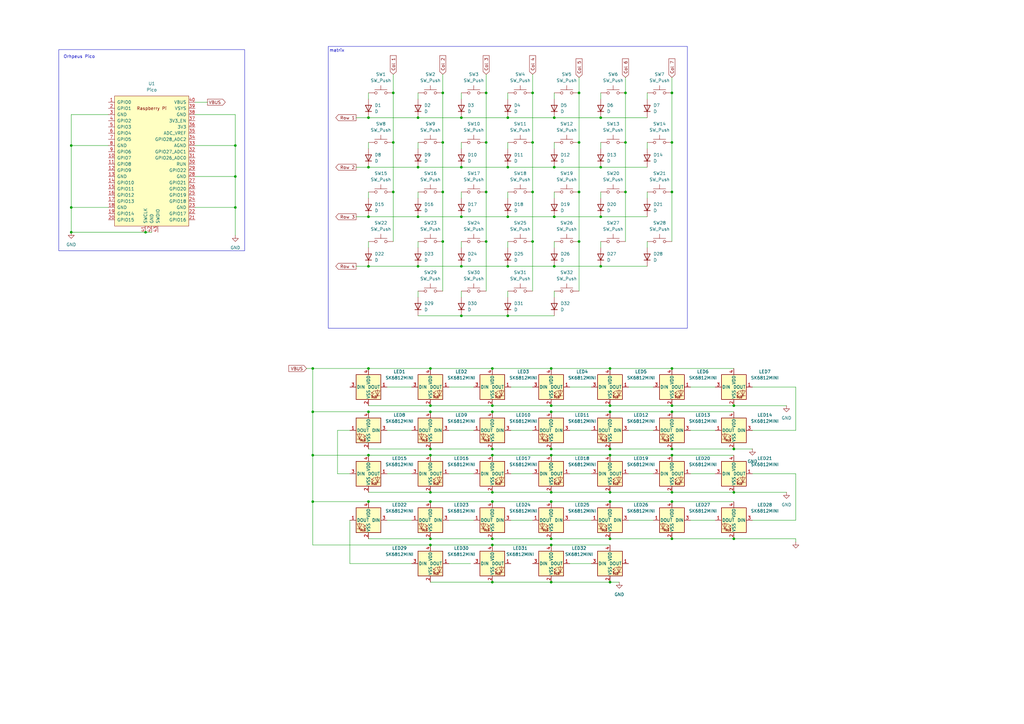
<source format=kicad_sch>
(kicad_sch (version 20231120) (generator "eeschema") (generator_version "8.0")
  (paper "A3")
  (junction (at 256.54 58.42))
  (junction (at 96.52 59.69))
  (junction (at 227.33 109.22))
  (junction (at 227.33 88.9))
  (junction (at 275.59 168.91))
  (junction (at 275.59 205.74))
  (junction (at 59.69 95.25))
  (junction (at 199.39 99.06))
  (junction (at 171.45 88.9))
  (junction (at 237.49 38.1))
  (junction (at 208.28 109.22))
  (junction (at 208.28 48.26))
  (junction (at 96.52 72.39))
  (junction (at 237.49 58.42))
  (junction (at 161.29 38.1))
  (junction (at 275.59 38.1))
  (junction (at 151.13 151.13))
  (junction (at 237.49 99.06))
  (junction (at 176.53 186.69))
  (junction (at 226.06 238.76))
  (junction (at 96.52 85.09))
  (junction (at 128.27 186.69))
  (junction (at 226.06 205.74))
  (junction (at 275.59 78.74))
  (junction (at 128.27 151.13))
  (junction (at 300.99 166.37))
  (junction (at 151.13 48.26))
  (junction (at 181.61 99.06))
  (junction (at 250.19 168.91))
  (junction (at 176.53 201.93))
  (junction (at 201.93 168.91))
  (junction (at 201.93 151.13))
  (junction (at 226.06 151.13))
  (junction (at 275.59 220.98))
  (junction (at 29.21 59.69))
  (junction (at 300.99 201.93))
  (junction (at 128.27 205.74))
  (junction (at 181.61 78.74))
  (junction (at 250.19 151.13))
  (junction (at 275.59 166.37))
  (junction (at 226.06 223.52))
  (junction (at 246.38 48.26))
  (junction (at 300.99 220.98))
  (junction (at 227.33 48.26))
  (junction (at 151.13 68.58))
  (junction (at 218.44 99.06))
  (junction (at 176.53 223.52))
  (junction (at 199.39 58.42))
  (junction (at 250.19 184.15))
  (junction (at 237.49 78.74))
  (junction (at 161.29 78.74))
  (junction (at 199.39 38.1))
  (junction (at 227.33 68.58))
  (junction (at 201.93 223.52))
  (junction (at 181.61 58.42))
  (junction (at 250.19 205.74))
  (junction (at 250.19 186.69))
  (junction (at 226.06 168.91))
  (junction (at 201.93 184.15))
  (junction (at 226.06 184.15))
  (junction (at 151.13 168.91))
  (junction (at 181.61 38.1))
  (junction (at 246.38 88.9))
  (junction (at 218.44 38.1))
  (junction (at 208.28 129.54))
  (junction (at 226.06 186.69))
  (junction (at 199.39 78.74))
  (junction (at 189.23 88.9))
  (junction (at 161.29 58.42))
  (junction (at 128.27 168.91))
  (junction (at 218.44 58.42))
  (junction (at 208.28 88.9))
  (junction (at 201.93 205.74))
  (junction (at 246.38 109.22))
  (junction (at 256.54 78.74))
  (junction (at 189.23 68.58))
  (junction (at 250.19 166.37))
  (junction (at 189.23 129.54))
  (junction (at 201.93 166.37))
  (junction (at 151.13 186.69))
  (junction (at 275.59 151.13))
  (junction (at 208.28 68.58))
  (junction (at 201.93 238.76))
  (junction (at 176.53 166.37))
  (junction (at 226.06 201.93))
  (junction (at 151.13 109.22))
  (junction (at 300.99 184.15))
  (junction (at 151.13 88.9))
  (junction (at 250.19 201.93))
  (junction (at 218.44 78.74))
  (junction (at 246.38 68.58))
  (junction (at 275.59 184.15))
  (junction (at 171.45 68.58))
  (junction (at 151.13 205.74))
  (junction (at 171.45 109.22))
  (junction (at 201.93 186.69))
  (junction (at 250.19 220.98))
  (junction (at 226.06 166.37))
  (junction (at 176.53 205.74))
  (junction (at 29.21 95.25))
  (junction (at 171.45 48.26))
  (junction (at 256.54 38.1))
  (junction (at 275.59 58.42))
  (junction (at 176.53 184.15))
  (junction (at 201.93 201.93))
  (junction (at 250.19 238.76))
  (junction (at 29.21 85.09))
  (junction (at 176.53 168.91))
  (junction (at 176.53 151.13))
  (junction (at 275.59 201.93))
  (junction (at 176.53 220.98))
  (junction (at 189.23 48.26))
  (junction (at 226.06 220.98))
  (junction (at 189.23 109.22))
  (junction (at 275.59 186.69))
  (junction (at 201.93 220.98))
  (wire (pts (xy 151.13 109.22) (xy 171.45 109.22)))
  (wire (pts (xy 226.06 238.76) (xy 250.19 238.76)))
  (wire (pts (xy 176.53 186.69) (xy 151.13 186.69)))
  (wire (pts (xy 199.39 99.06) (xy 199.39 119.38)))
  (wire (pts (xy 44.45 46.99) (xy 29.21 46.99)))
  (wire (pts (xy 128.27 205.74) (xy 128.27 186.69)))
  (wire (pts (xy 308.61 194.31) (xy 326.39 194.31)))
  (wire (pts (xy 199.39 38.1) (xy 199.39 58.42)))
  (wire (pts (xy 171.45 109.22) (xy 189.23 109.22)))
  (wire (pts (xy 246.38 88.9) (xy 265.43 88.9)))
  (wire (pts (xy 176.53 166.37) (xy 201.93 166.37)))
  (wire (pts (xy 283.21 194.31) (xy 293.37 194.31)))
  (wire (pts (xy 128.27 168.91) (xy 128.27 151.13)))
  (wire (pts (xy 184.15 194.31) (xy 194.31 194.31)))
  (wire (pts (xy 308.61 158.75) (xy 326.39 158.75)))
  (wire (pts (xy 80.01 46.99) (xy 96.52 46.99)))
  (wire (pts (xy 265.43 99.06) (xy 265.43 101.6)))
  (wire (pts (xy 201.93 166.37) (xy 226.06 166.37)))
  (wire (pts (xy 181.61 99.06) (xy 181.61 119.38)))
  (wire (pts (xy 283.21 158.75) (xy 293.37 158.75)))
  (wire (pts (xy 250.19 184.15) (xy 275.59 184.15)))
  (wire (pts (xy 176.53 223.52) (xy 201.93 223.52)))
  (wire (pts (xy 226.06 201.93) (xy 250.19 201.93)))
  (wire (pts (xy 257.81 194.31) (xy 267.97 194.31)))
  (wire (pts (xy 209.55 213.36) (xy 218.44 213.36)))
  (wire (pts (xy 80.01 85.09) (xy 96.52 85.09)))
  (wire (pts (xy 275.59 168.91) (xy 250.19 168.91)))
  (wire (pts (xy 250.19 166.37) (xy 275.59 166.37)))
  (wire (pts (xy 184.15 158.75) (xy 194.31 158.75)))
  (wire (pts (xy 151.13 186.69) (xy 128.27 186.69)))
  (wire (pts (xy 171.45 38.1) (xy 171.45 40.64)))
  (wire (pts (xy 237.49 38.1) (xy 237.49 58.42)))
  (wire (pts (xy 171.45 99.06) (xy 171.45 101.6)))
  (wire (pts (xy 151.13 166.37) (xy 176.53 166.37)))
  (wire (pts (xy 226.06 166.37) (xy 250.19 166.37)))
  (wire (pts (xy 189.23 68.58) (xy 208.28 68.58)))
  (wire (pts (xy 29.21 85.09) (xy 44.45 85.09)))
  (wire (pts (xy 138.43 176.53) (xy 138.43 194.31)))
  (wire (pts (xy 59.69 95.25) (xy 62.23 95.25)))
  (wire (pts (xy 246.38 48.26) (xy 265.43 48.26)))
  (wire (pts (xy 181.61 30.48) (xy 181.61 38.1)))
  (wire (pts (xy 201.93 220.98) (xy 226.06 220.98)))
  (wire (pts (xy 189.23 38.1) (xy 189.23 40.64)))
  (wire (pts (xy 227.33 109.22) (xy 246.38 109.22)))
  (wire (pts (xy 257.81 176.53) (xy 267.97 176.53)))
  (wire (pts (xy 257.81 158.75) (xy 267.97 158.75)))
  (wire (pts (xy 275.59 186.69) (xy 250.19 186.69)))
  (wire (pts (xy 80.01 72.39) (xy 96.52 72.39)))
  (wire (pts (xy 176.53 205.74) (xy 151.13 205.74)))
  (wire (pts (xy 158.75 176.53) (xy 168.91 176.53)))
  (wire (pts (xy 233.68 158.75) (xy 242.57 158.75)))
  (wire (pts (xy 201.93 151.13) (xy 226.06 151.13)))
  (wire (pts (xy 326.39 220.98) (xy 326.39 222.25)))
  (wire (pts (xy 265.43 78.74) (xy 265.43 81.28)))
  (wire (pts (xy 176.53 151.13) (xy 201.93 151.13)))
  (wire (pts (xy 226.06 151.13) (xy 250.19 151.13)))
  (wire (pts (xy 326.39 213.36) (xy 308.61 213.36)))
  (wire (pts (xy 208.28 119.38) (xy 208.28 121.92)))
  (wire (pts (xy 176.53 184.15) (xy 201.93 184.15)))
  (wire (pts (xy 29.21 59.69) (xy 29.21 85.09)))
  (wire (pts (xy 275.59 205.74) (xy 250.19 205.74)))
  (wire (pts (xy 146.05 109.22) (xy 151.13 109.22)))
  (wire (pts (xy 275.59 201.93) (xy 300.99 201.93)))
  (wire (pts (xy 256.54 38.1) (xy 256.54 58.42)))
  (wire (pts (xy 250.19 205.74) (xy 226.06 205.74)))
  (wire (pts (xy 184.15 231.14) (xy 193.04 231.14)))
  (wire (pts (xy 189.23 58.42) (xy 189.23 60.96)))
  (wire (pts (xy 233.68 213.36) (xy 242.57 213.36)))
  (wire (pts (xy 218.44 30.48) (xy 218.44 38.1)))
  (wire (pts (xy 300.99 186.69) (xy 275.59 186.69)))
  (wire (pts (xy 29.21 46.99) (xy 29.21 59.69)))
  (wire (pts (xy 250.19 186.69) (xy 226.06 186.69)))
  (wire (pts (xy 176.53 238.76) (xy 201.93 238.76)))
  (wire (pts (xy 146.05 88.9) (xy 151.13 88.9)))
  (wire (pts (xy 265.43 38.1) (xy 265.43 40.64)))
  (wire (pts (xy 161.29 58.42) (xy 161.29 78.74)))
  (wire (pts (xy 189.23 78.74) (xy 189.23 81.28)))
  (wire (pts (xy 275.59 220.98) (xy 300.99 220.98)))
  (wire (pts (xy 201.93 201.93) (xy 226.06 201.93)))
  (wire (pts (xy 300.99 184.15) (xy 308.61 184.15)))
  (wire (pts (xy 151.13 205.74) (xy 128.27 205.74)))
  (wire (pts (xy 233.68 231.14) (xy 242.57 231.14)))
  (wire (pts (xy 96.52 72.39) (xy 96.52 85.09)))
  (wire (pts (xy 171.45 68.58) (xy 189.23 68.58)))
  (wire (pts (xy 176.53 168.91) (xy 151.13 168.91)))
  (wire (pts (xy 227.33 88.9) (xy 246.38 88.9)))
  (wire (pts (xy 151.13 88.9) (xy 171.45 88.9)))
  (wire (pts (xy 226.06 168.91) (xy 201.93 168.91)))
  (wire (pts (xy 146.05 48.26) (xy 151.13 48.26)))
  (wire (pts (xy 256.54 78.74) (xy 256.54 99.06)))
  (wire (pts (xy 151.13 201.93) (xy 176.53 201.93)))
  (wire (pts (xy 226.06 220.98) (xy 250.19 220.98)))
  (wire (pts (xy 184.15 213.36) (xy 194.31 213.36)))
  (wire (pts (xy 233.68 194.31) (xy 242.57 194.31)))
  (wire (pts (xy 226.06 184.15) (xy 250.19 184.15)))
  (wire (pts (xy 227.33 119.38) (xy 227.33 121.92)))
  (wire (pts (xy 227.33 78.74) (xy 227.33 81.28)))
  (wire (pts (xy 143.51 231.14) (xy 168.91 231.14)))
  (wire (pts (xy 246.38 109.22) (xy 265.43 109.22)))
  (wire (pts (xy 246.38 78.74) (xy 246.38 81.28)))
  (wire (pts (xy 300.99 201.93) (xy 322.58 201.93)))
  (wire (pts (xy 171.45 78.74) (xy 171.45 81.28)))
  (wire (pts (xy 29.21 95.25) (xy 29.21 85.09)))
  (wire (pts (xy 250.19 238.76) (xy 254 238.76)))
  (wire (pts (xy 181.61 38.1) (xy 181.61 58.42)))
  (wire (pts (xy 96.52 85.09) (xy 96.52 96.52)))
  (wire (pts (xy 181.61 58.42) (xy 181.61 78.74)))
  (wire (pts (xy 227.33 48.26) (xy 246.38 48.26)))
  (wire (pts (xy 201.93 223.52) (xy 226.06 223.52)))
  (wire (pts (xy 171.45 58.42) (xy 171.45 60.96)))
  (wire (pts (xy 151.13 151.13) (xy 176.53 151.13)))
  (wire (pts (xy 201.93 168.91) (xy 176.53 168.91)))
  (wire (pts (xy 326.39 194.31) (xy 326.39 213.36)))
  (wire (pts (xy 233.68 176.53) (xy 242.57 176.53)))
  (wire (pts (xy 208.28 99.06) (xy 208.28 101.6)))
  (wire (pts (xy 275.59 166.37) (xy 300.99 166.37)))
  (wire (pts (xy 128.27 223.52) (xy 176.53 223.52)))
  (wire (pts (xy 218.44 78.74) (xy 218.44 99.06)))
  (wire (pts (xy 275.59 38.1) (xy 275.59 58.42)))
  (wire (pts (xy 151.13 184.15) (xy 176.53 184.15)))
  (wire (pts (xy 227.33 68.58) (xy 246.38 68.58)))
  (wire (pts (xy 146.05 68.58) (xy 151.13 68.58)))
  (wire (pts (xy 158.75 194.31) (xy 168.91 194.31)))
  (wire (pts (xy 151.13 220.98) (xy 176.53 220.98)))
  (wire (pts (xy 189.23 119.38) (xy 189.23 121.92)))
  (wire (pts (xy 80.01 41.91) (xy 85.09 41.91)))
  (wire (pts (xy 161.29 38.1) (xy 161.29 58.42)))
  (wire (pts (xy 189.23 48.26) (xy 208.28 48.26)))
  (wire (pts (xy 209.55 176.53) (xy 218.44 176.53)))
  (wire (pts (xy 151.13 78.74) (xy 151.13 81.28)))
  (wire (pts (xy 143.51 213.36) (xy 143.51 231.14)))
  (wire (pts (xy 209.55 194.31) (xy 218.44 194.31)))
  (wire (pts (xy 151.13 58.42) (xy 151.13 60.96)))
  (wire (pts (xy 246.38 68.58) (xy 265.43 68.58)))
  (wire (pts (xy 171.45 88.9) (xy 189.23 88.9)))
  (wire (pts (xy 189.23 109.22) (xy 208.28 109.22)))
  (wire (pts (xy 199.39 78.74) (xy 199.39 99.06)))
  (wire (pts (xy 300.99 205.74) (xy 275.59 205.74)))
  (wire (pts (xy 44.45 59.69) (xy 29.21 59.69)))
  (wire (pts (xy 300.99 220.98) (xy 326.39 220.98)))
  (wire (pts (xy 326.39 158.75) (xy 326.39 176.53)))
  (wire (pts (xy 151.13 168.91) (xy 128.27 168.91)))
  (wire (pts (xy 96.52 59.69) (xy 96.52 72.39)))
  (wire (pts (xy 256.54 31.75) (xy 256.54 38.1)))
  (wire (pts (xy 246.38 38.1) (xy 246.38 40.64)))
  (wire (pts (xy 151.13 38.1) (xy 151.13 40.64)))
  (wire (pts (xy 218.44 58.42) (xy 218.44 78.74)))
  (wire (pts (xy 227.33 38.1) (xy 227.33 40.64)))
  (wire (pts (xy 151.13 68.58) (xy 171.45 68.58)))
  (wire (pts (xy 189.23 129.54) (xy 208.28 129.54)))
  (wire (pts (xy 199.39 58.42) (xy 199.39 78.74)))
  (wire (pts (xy 209.55 158.75) (xy 218.44 158.75)))
  (wire (pts (xy 143.51 176.53) (xy 138.43 176.53)))
  (wire (pts (xy 199.39 30.48) (xy 199.39 38.1)))
  (wire (pts (xy 275.59 151.13) (xy 300.99 151.13)))
  (wire (pts (xy 151.13 99.06) (xy 151.13 101.6)))
  (wire (pts (xy 158.75 158.75) (xy 168.91 158.75)))
  (wire (pts (xy 138.43 194.31) (xy 143.51 194.31)))
  (wire (pts (xy 227.33 99.06) (xy 227.33 101.6)))
  (wire (pts (xy 218.44 38.1) (xy 218.44 58.42)))
  (wire (pts (xy 151.13 48.26) (xy 171.45 48.26)))
  (wire (pts (xy 208.28 58.42) (xy 208.28 60.96)))
  (wire (pts (xy 208.28 129.54) (xy 227.33 129.54)))
  (wire (pts (xy 250.19 151.13) (xy 275.59 151.13)))
  (wire (pts (xy 275.59 78.74) (xy 275.59 99.06)))
  (wire (pts (xy 250.19 168.91) (xy 226.06 168.91)))
  (wire (pts (xy 128.27 223.52) (xy 128.27 205.74)))
  (wire (pts (xy 208.28 78.74) (xy 208.28 81.28)))
  (wire (pts (xy 171.45 119.38) (xy 171.45 121.92)))
  (wire (pts (xy 237.49 99.06) (xy 237.49 119.38)))
  (wire (pts (xy 283.21 176.53) (xy 293.37 176.53)))
  (wire (pts (xy 275.59 184.15) (xy 300.99 184.15)))
  (wire (pts (xy 161.29 30.48) (xy 161.29 38.1)))
  (wire (pts (xy 226.06 223.52) (xy 250.19 223.52)))
  (wire (pts (xy 176.53 220.98) (xy 201.93 220.98)))
  (wire (pts (xy 237.49 78.74) (xy 237.49 99.06)))
  (wire (pts (xy 226.06 205.74) (xy 201.93 205.74)))
  (wire (pts (xy 275.59 58.42) (xy 275.59 78.74)))
  (wire (pts (xy 208.28 109.22) (xy 227.33 109.22)))
  (wire (pts (xy 246.38 58.42) (xy 246.38 60.96)))
  (wire (pts (xy 181.61 78.74) (xy 181.61 99.06)))
  (wire (pts (xy 300.99 168.91) (xy 275.59 168.91)))
  (wire (pts (xy 265.43 58.42) (xy 265.43 60.96)))
  (wire (pts (xy 275.59 31.75) (xy 275.59 38.1)))
  (wire (pts (xy 128.27 186.69) (xy 128.27 168.91)))
  (wire (pts (xy 201.93 238.76) (xy 226.06 238.76)))
  (wire (pts (xy 158.75 213.36) (xy 168.91 213.36)))
  (wire (pts (xy 128.27 151.13) (xy 151.13 151.13)))
  (wire (pts (xy 300.99 166.37) (xy 322.58 166.37)))
  (wire (pts (xy 208.28 88.9) (xy 227.33 88.9)))
  (wire (pts (xy 125.73 151.13) (xy 128.27 151.13)))
  (wire (pts (xy 256.54 58.42) (xy 256.54 78.74)))
  (wire (pts (xy 250.19 201.93) (xy 275.59 201.93)))
  (wire (pts (xy 283.21 213.36) (xy 293.37 213.36)))
  (wire (pts (xy 201.93 205.74) (xy 176.53 205.74)))
  (wire (pts (xy 96.52 46.99) (xy 96.52 59.69)))
  (wire (pts (xy 176.53 201.93) (xy 201.93 201.93)))
  (wire (pts (xy 246.38 99.06) (xy 246.38 101.6)))
  (wire (pts (xy 201.93 186.69) (xy 176.53 186.69)))
  (wire (pts (xy 201.93 184.15) (xy 226.06 184.15)))
  (wire (pts (xy 208.28 48.26) (xy 227.33 48.26)))
  (wire (pts (xy 184.15 176.53) (xy 194.31 176.53)))
  (wire (pts (xy 29.21 95.25) (xy 59.69 95.25)))
  (wire (pts (xy 161.29 78.74) (xy 161.29 99.06)))
  (wire (pts (xy 250.19 220.98) (xy 275.59 220.98)))
  (wire (pts (xy 237.49 31.75) (xy 237.49 38.1)))
  (wire (pts (xy 257.81 213.36) (xy 267.97 213.36)))
  (wire (pts (xy 227.33 58.42) (xy 227.33 60.96)))
  (wire (pts (xy 171.45 48.26) (xy 189.23 48.26)))
  (wire (pts (xy 80.01 59.69) (xy 96.52 59.69)))
  (wire (pts (xy 218.44 99.06) (xy 218.44 119.38)))
  (wire (pts (xy 208.28 68.58) (xy 227.33 68.58)))
  (wire (pts (xy 189.23 88.9) (xy 208.28 88.9)))
  (wire (pts (xy 226.06 186.69) (xy 201.93 186.69)))
  (wire (pts (xy 171.45 129.54) (xy 189.23 129.54)))
  (wire (pts (xy 208.28 38.1) (xy 208.28 40.64)))
  (wire (pts (xy 326.39 176.53) (xy 308.61 176.53)))
  (wire (pts (xy 189.23 99.06) (xy 189.23 101.6)))
  (wire (pts (xy 237.49 58.42) (xy 237.49 78.74)))
  (rectangle (start 24.13 20.32) (end 100.33 102.87))
  (rectangle (start 134.62 19.05) (end 281.94 134.62))
  (text "matrix" (at 138.176 20.828 0) (effects (font (size 1.27 1.27))))
  (text "Orhpeus Pico" (at 32.512 23.368 0) (effects (font (size 1.27 1.27))))
  (global_label "Col 4" (shape input) (at 218.44 30.48 90) (property "Intersheetrefs" "${INTERSHEET_REFS}" (effects (hide yes))))
  (global_label "Col 5" (shape input) (at 237.49 31.75 90) (property "Intersheetrefs" "${INTERSHEET_REFS}" (effects (hide yes))))
  (global_label "Col 1" (shape input) (at 161.29 30.48 90) (property "Intersheetrefs" "${INTERSHEET_REFS}" (effects (hide yes))))
  (global_label "Row 2" (shape output) (at 146.05 68.58 180) (property "Intersheetrefs" "${INTERSHEET_REFS}" (effects (hide yes))))
  (global_label "VBUS" (shape input) (at 125.73 151.13 180) (property "Intersheetrefs" "${INTERSHEET_REFS}" (effects (hide yes))))
  (global_label "Row 1" (shape output) (at 146.05 48.26 180) (property "Intersheetrefs" "${INTERSHEET_REFS}" (effects (hide yes))))
  (global_label "Col 7" (shape input) (at 275.59 31.75 90) (property "Intersheetrefs" "${INTERSHEET_REFS}" (effects (hide yes))))
  (global_label "Col 2" (shape input) (at 181.61 30.48 90) (property "Intersheetrefs" "${INTERSHEET_REFS}" (effects (hide yes))))
  (global_label "Row 4" (shape output) (at 146.05 109.22 180) (property "Intersheetrefs" "${INTERSHEET_REFS}" (effects (hide yes))))
  (global_label "VBUS" (shape output) (at 85.09 41.91 0) (property "Intersheetrefs" "${INTERSHEET_REFS}" (effects (hide yes))))
  (global_label "Col 3" (shape input) (at 199.39 30.48 90) (property "Intersheetrefs" "${INTERSHEET_REFS}" (effects (hide yes))))
  (global_label "Col 6" (shape input) (at 256.54 31.75 90) (property "Intersheetrefs" "${INTERSHEET_REFS}" (effects (hide yes))))
  (global_label "Row 3" (shape output) (at 146.05 88.9 180) (property "Intersheetrefs" "${INTERSHEET_REFS}" (effects (hide yes))))
  (symbol (lib_id "LED:SK6812MINI") (at 176.53 158.75 0) (unit 1)
    (property "Reference" "LED2" (at 189.23 152.4314 0))
    (property "Value" "SK6812MINI" (at 189.23 154.9714 0))
    (property "Footprint" "reversible-kicad-footprints:MX-1U-SK6812Mini-E" (effects (hide yes)))
    (property "Datasheet" "https://cdn-shop.adafruit.com/product-files/2686/SK6812MINI_REV.01-1-2.pdf" (effects (hide yes)))
    (property "Description" "RGB LED with integrated controller" (effects (hide yes)))
  )
  (symbol (lib_id "Switch:SW_Push") (at 213.36 99.06 0) (unit 1)
    (property "Reference" "SW25" (at 213.36 91.44 0))
    (property "Value" "SW_Push" (at 213.36 93.98 0))
    (property "Footprint" "reversible-kicad-footprints:MX-1U-Hotswap" (effects (hide yes)))
    (property "Description" "Push button switch, generic, two pins" (effects (hide yes)))
  )
  (symbol (lib_id "LED:SK6812MINI") (at 275.59 194.31 0) (unit 1)
    (property "Reference" "LED20" (at 288.29 187.9914 0))
    (property "Value" "SK6812MINI" (at 288.29 190.5314 0))
    (property "Footprint" "reversible-kicad-footprints:MX-1U-SK6812Mini-E" (effects (hide yes)))
    (property "Datasheet" "https://cdn-shop.adafruit.com/product-files/2686/SK6812MINI_REV.01-1-2.pdf" (effects (hide yes)))
    (property "Description" "RGB LED with integrated controller" (effects (hide yes)))
  )
  (symbol (lib_id "Switch:SW_Push") (at 232.41 58.42 0) (unit 1)
    (property "Reference" "SW12" (at 232.41 50.8 0))
    (property "Value" "SW_Push" (at 232.41 53.34 0))
    (property "Footprint" "reversible-kicad-footprints:MX-1U-Hotswap" (effects (hide yes)))
    (property "Description" "Push button switch, generic, two pins" (effects (hide yes)))
  )
  (symbol (lib_id "Switch:SW_Push") (at 232.41 119.38 0) (unit 1)
    (property "Reference" "SW32" (at 232.41 111.76 0))
    (property "Value" "SW_Push" (at 232.41 114.3 0))
    (property "Footprint" "reversible-kicad-footprints:MX-1U-Hotswap" (effects (hide yes)))
    (property "Description" "Push button switch, generic, two pins" (effects (hide yes)))
  )
  (symbol (lib_id "Device:D") (at 265.43 85.09 90) (unit 1)
    (property "Reference" "D21" (at 267.97 83.8199 90) (effects (justify right)))
    (property "Value" "D" (at 267.97 86.3599 90) (effects (justify right)))
    (property "Footprint" "Diode_THT:D_5W_P10.16mm_Horizontal" (effects (hide yes)))
    (property "Description" "Diode" (effects (hide yes)))
    (property "Sim.Device" "D" (effects (hide yes)))
    (property "Sim.Pins" "1=K 2=A" (effects (hide yes)))
  )
  (symbol (lib_id "LED:SK6812MINI") (at 151.13 158.75 0) (unit 1)
    (property "Reference" "LED1" (at 163.83 152.4314 0))
    (property "Value" "SK6812MINI" (at 163.83 154.9714 0))
    (property "Footprint" "reversible-kicad-footprints:MX-1U-SK6812Mini-E" (effects (hide yes)))
    (property "Datasheet" "https://cdn-shop.adafruit.com/product-files/2686/SK6812MINI_REV.01-1-2.pdf" (effects (hide yes)))
    (property "Description" "RGB LED with integrated controller" (effects (hide yes)))
  )
  (symbol (lib_id "LED:SK6812MINI") (at 250.19 231.14 0) (unit 1)
    (property "Reference" "LED32" (at 237.49 224.8214 0))
    (property "Value" "SK6812MINI" (at 237.49 227.3614 0))
    (property "Footprint" "reversible-kicad-footprints:MX-1U-SK6812Mini-E" (effects (hide yes)))
    (property "Datasheet" "https://cdn-shop.adafruit.com/product-files/2686/SK6812MINI_REV.01-1-2.pdf" (effects (hide yes)))
    (property "Description" "RGB LED with integrated controller" (effects (hide yes)))
  )
  (symbol (lib_id "LED:SK6812MINI") (at 201.93 194.31 0) (unit 1)
    (property "Reference" "LED17" (at 214.63 187.9914 0))
    (property "Value" "SK6812MINI" (at 214.63 190.5314 0))
    (property "Footprint" "reversible-kicad-footprints:MX-1U-SK6812Mini-E" (effects (hide yes)))
    (property "Datasheet" "https://cdn-shop.adafruit.com/product-files/2686/SK6812MINI_REV.01-1-2.pdf" (effects (hide yes)))
    (property "Description" "RGB LED with integrated controller" (effects (hide yes)))
  )
  (symbol (lib_id "Device:D") (at 227.33 85.09 90) (unit 1)
    (property "Reference" "D19" (at 229.87 83.8199 90) (effects (justify right)))
    (property "Value" "D" (at 229.87 86.3599 90) (effects (justify right)))
    (property "Footprint" "Diode_THT:D_5W_P10.16mm_Horizontal" (effects (hide yes)))
    (property "Description" "Diode" (effects (hide yes)))
    (property "Sim.Device" "D" (effects (hide yes)))
    (property "Sim.Pins" "1=K 2=A" (effects (hide yes)))
  )
  (symbol (lib_id "Switch:SW_Push") (at 156.21 58.42 0) (unit 1)
    (property "Reference" "SW8" (at 156.21 50.8 0))
    (property "Value" "SW_Push" (at 156.21 53.34 0))
    (property "Footprint" "reversible-kicad-footprints:MX-1U-Hotswap" (effects (hide yes)))
    (property "Description" "Push button switch, generic, two pins" (effects (hide yes)))
  )
  (symbol (lib_id "Switch:SW_Push") (at 251.46 58.42 0) (unit 1)
    (property "Reference" "SW13" (at 251.46 50.8 0))
    (property "Value" "SW_Push" (at 251.46 53.34 0))
    (property "Footprint" "reversible-kicad-footprints:MX-1U-Hotswap" (effects (hide yes)))
    (property "Description" "Push button switch, generic, two pins" (effects (hide yes)))
  )
  (symbol (lib_id "LED:SK6812MINI") (at 250.19 213.36 0) (mirror y) (unit 1)
    (property "Reference" "LED26" (at 262.89 207.0414 0))
    (property "Value" "SK6812MINI" (at 262.89 209.5814 0))
    (property "Footprint" "reversible-kicad-footprints:MX-1U-SK6812Mini-E" (effects (hide yes)))
    (property "Datasheet" "https://cdn-shop.adafruit.com/product-files/2686/SK6812MINI_REV.01-1-2.pdf" (effects (hide yes)))
    (property "Description" "RGB LED with integrated controller" (effects (hide yes)))
  )
  (symbol (lib_id "LED:SK6812MINI") (at 151.13 213.36 0) (mirror y) (unit 1)
    (property "Reference" "LED22" (at 163.83 207.0414 0))
    (property "Value" "SK6812MINI" (at 163.83 209.5814 0))
    (property "Footprint" "reversible-kicad-footprints:MX-1U-SK6812Mini-E" (effects (hide yes)))
    (property "Datasheet" "https://cdn-shop.adafruit.com/product-files/2686/SK6812MINI_REV.01-1-2.pdf" (effects (hide yes)))
    (property "Description" "RGB LED with integrated controller" (effects (hide yes)))
  )
  (symbol (lib_id "Device:D") (at 151.13 44.45 90) (unit 1)
    (property "Reference" "D1" (at 153.67 43.1799 90) (effects (justify right)))
    (property "Value" "D" (at 153.67 45.7199 90) (effects (justify right)))
    (property "Footprint" "Diode_THT:D_5W_P10.16mm_Horizontal" (effects (hide yes)))
    (property "Description" "Diode" (effects (hide yes)))
    (property "Sim.Device" "D" (effects (hide yes)))
    (property "Sim.Pins" "1=K 2=A" (effects (hide yes)))
  )
  (symbol (lib_id "LED:SK6812MINI") (at 151.13 194.31 0) (unit 1)
    (property "Reference" "LED15" (at 163.83 187.9914 0))
    (property "Value" "SK6812MINI" (at 163.83 190.5314 0))
    (property "Footprint" "reversible-kicad-footprints:MX-1U-SK6812Mini-E" (effects (hide yes)))
    (property "Datasheet" "https://cdn-shop.adafruit.com/product-files/2686/SK6812MINI_REV.01-1-2.pdf" (effects (hide yes)))
    (property "Description" "RGB LED with integrated controller" (effects (hide yes)))
  )
  (symbol (lib_id "LED:SK6812MINI") (at 300.99 213.36 0) (mirror y) (unit 1)
    (property "Reference" "LED28" (at 313.69 207.0414 0))
    (property "Value" "SK6812MINI" (at 313.69 209.5814 0))
    (property "Footprint" "reversible-kicad-footprints:MX-1U-SK6812Mini-E" (effects (hide yes)))
    (property "Datasheet" "https://cdn-shop.adafruit.com/product-files/2686/SK6812MINI_REV.01-1-2.pdf" (effects (hide yes)))
    (property "Description" "RGB LED with integrated controller" (effects (hide yes)))
  )
  (symbol (lib_id "Device:D") (at 208.28 44.45 90) (unit 1)
    (property "Reference" "D4" (at 210.82 43.1799 90) (effects (justify right)))
    (property "Value" "D" (at 210.82 45.7199 90) (effects (justify right)))
    (property "Footprint" "Diode_THT:D_5W_P10.16mm_Horizontal" (effects (hide yes)))
    (property "Description" "Diode" (effects (hide yes)))
    (property "Sim.Device" "D" (effects (hide yes)))
    (property "Sim.Pins" "1=K 2=A" (effects (hide yes)))
  )
  (symbol (lib_id "Switch:SW_Push") (at 213.36 58.42 0) (unit 1)
    (property "Reference" "SW11" (at 213.36 50.8 0))
    (property "Value" "SW_Push" (at 213.36 53.34 0))
    (property "Footprint" "reversible-kicad-footprints:MX-1U-Hotswap" (effects (hide yes)))
    (property "Description" "Push button switch, generic, two pins" (effects (hide yes)))
  )
  (symbol (lib_id "Switch:SW_Push") (at 270.51 99.06 0) (unit 1)
    (property "Reference" "SW28" (at 270.51 91.44 0))
    (property "Value" "SW_Push" (at 270.51 93.98 0))
    (property "Footprint" "reversible-kicad-footprints:MX-1U-Hotswap" (effects (hide yes)))
    (property "Description" "Push button switch, generic, two pins" (effects (hide yes)))
  )
  (symbol (lib_id "Device:D") (at 227.33 105.41 90) (unit 1)
    (property "Reference" "D26" (at 229.87 104.1399 90) (effects (justify right)))
    (property "Value" "D" (at 229.87 106.6799 90) (effects (justify right)))
    (property "Footprint" "Diode_THT:D_5W_P10.16mm_Horizontal" (effects (hide yes)))
    (property "Description" "Diode" (effects (hide yes)))
    (property "Sim.Device" "D" (effects (hide yes)))
    (property "Sim.Pins" "1=K 2=A" (effects (hide yes)))
  )
  (symbol (lib_id "Device:D") (at 151.13 105.41 90) (unit 1)
    (property "Reference" "D22" (at 153.67 104.1399 90) (effects (justify right)))
    (property "Value" "D" (at 153.67 106.6799 90) (effects (justify right)))
    (property "Footprint" "Diode_THT:D_5W_P10.16mm_Horizontal" (effects (hide yes)))
    (property "Description" "Diode" (effects (hide yes)))
    (property "Sim.Device" "D" (effects (hide yes)))
    (property "Sim.Pins" "1=K 2=A" (effects (hide yes)))
  )
  (symbol (lib_id "Device:D") (at 246.38 85.09 90) (unit 1)
    (property "Reference" "D20" (at 248.92 83.8199 90) (effects (justify right)))
    (property "Value" "D" (at 248.92 86.3599 90) (effects (justify right)))
    (property "Footprint" "Diode_THT:D_5W_P10.16mm_Horizontal" (effects (hide yes)))
    (property "Description" "Diode" (effects (hide yes)))
    (property "Sim.Device" "D" (effects (hide yes)))
    (property "Sim.Pins" "1=K 2=A" (effects (hide yes)))
  )
  (symbol (lib_id "Switch:SW_Push") (at 156.21 78.74 0) (unit 1)
    (property "Reference" "SW15" (at 156.21 71.12 0))
    (property "Value" "SW_Push" (at 156.21 73.66 0))
    (property "Footprint" "reversible-kicad-footprints:MX-1U-Hotswap" (effects (hide yes)))
    (property "Description" "Push button switch, generic, two pins" (effects (hide yes)))
  )
  (symbol (lib_id "Switch:SW_Push") (at 194.31 99.06 0) (unit 1)
    (property "Reference" "SW24" (at 194.31 91.44 0))
    (property "Value" "SW_Push" (at 194.31 93.98 0))
    (property "Footprint" "reversible-kicad-footprints:MX-1U-Hotswap" (effects (hide yes)))
    (property "Description" "Push button switch, generic, two pins" (effects (hide yes)))
  )
  (symbol (lib_id "LED:SK6812MINI") (at 176.53 176.53 0) (mirror y) (unit 1)
    (property "Reference" "LED9" (at 189.23 170.2114 0))
    (property "Value" "SK6812MINI" (at 189.23 172.7514 0))
    (property "Footprint" "reversible-kicad-footprints:MX-1U-SK6812Mini-E" (effects (hide yes)))
    (property "Datasheet" "https://cdn-shop.adafruit.com/product-files/2686/SK6812MINI_REV.01-1-2.pdf" (effects (hide yes)))
    (property "Description" "RGB LED with integrated controller" (effects (hide yes)))
  )
  (symbol (lib_id "Device:D") (at 171.45 64.77 90) (unit 1)
    (property "Reference" "D9" (at 173.99 63.4999 90) (effects (justify right)))
    (property "Value" "D" (at 173.99 66.0399 90) (effects (justify right)))
    (property "Footprint" "Diode_THT:D_5W_P10.16mm_Horizontal" (effects (hide yes)))
    (property "Description" "Diode" (effects (hide yes)))
    (property "Sim.Device" "D" (effects (hide yes)))
    (property "Sim.Pins" "1=K 2=A" (effects (hide yes)))
  )
  (symbol (lib_id "LED:SK6812MINI") (at 176.53 213.36 0) (mirror y) (unit 1)
    (property "Reference" "LED23" (at 189.23 207.0414 0))
    (property "Value" "SK6812MINI" (at 189.23 209.5814 0))
    (property "Footprint" "reversible-kicad-footprints:MX-1U-SK6812Mini-E" (effects (hide yes)))
    (property "Datasheet" "https://cdn-shop.adafruit.com/product-files/2686/SK6812MINI_REV.01-1-2.pdf" (effects (hide yes)))
    (property "Description" "RGB LED with integrated controller" (effects (hide yes)))
  )
  (symbol (lib_id "Device:D") (at 189.23 125.73 90) (unit 1)
    (property "Reference" "D30" (at 191.77 124.4599 90) (effects (justify right)))
    (property "Value" "D" (at 191.77 126.9999 90) (effects (justify right)))
    (property "Footprint" "Diode_THT:D_5W_P10.16mm_Horizontal" (effects (hide yes)))
    (property "Description" "Diode" (effects (hide yes)))
    (property "Sim.Device" "D" (effects (hide yes)))
    (property "Sim.Pins" "1=K 2=A" (effects (hide yes)))
  )
  (symbol (lib_id "Device:D") (at 265.43 44.45 90) (unit 1)
    (property "Reference" "D7" (at 267.97 43.1799 90) (effects (justify right)))
    (property "Value" "D" (at 267.97 45.7199 90) (effects (justify right)))
    (property "Footprint" "Diode_THT:D_5W_P10.16mm_Horizontal" (effects (hide yes)))
    (property "Description" "Diode" (effects (hide yes)))
    (property "Sim.Device" "D" (effects (hide yes)))
    (property "Sim.Pins" "1=K 2=A" (effects (hide yes)))
  )
  (symbol (lib_id "Switch:SW_Push") (at 194.31 119.38 0) (unit 1)
    (property "Reference" "SW30" (at 194.31 111.76 0))
    (property "Value" "SW_Push" (at 194.31 114.3 0))
    (property "Footprint" "reversible-kicad-footprints:MX-1U-Hotswap" (effects (hide yes)))
    (property "Description" "Push button switch, generic, two pins" (effects (hide yes)))
  )
  (symbol (lib_id "Switch:SW_Push") (at 176.53 119.38 0) (unit 1)
    (property "Reference" "SW29" (at 176.53 111.76 0))
    (property "Value" "SW_Push" (at 176.53 114.3 0))
    (property "Footprint" "reversible-kicad-footprints:MX-1U-Hotswap" (effects (hide yes)))
    (property "Description" "Push button switch, generic, two pins" (effects (hide yes)))
  )
  (symbol (lib_id "Device:D") (at 208.28 64.77 90) (unit 1)
    (property "Reference" "D11" (at 210.82 63.4999 90) (effects (justify right)))
    (property "Value" "D" (at 210.82 66.0399 90) (effects (justify right)))
    (property "Footprint" "Diode_THT:D_5W_P10.16mm_Horizontal" (effects (hide yes)))
    (property "Description" "Diode" (effects (hide yes)))
    (property "Sim.Device" "D" (effects (hide yes)))
    (property "Sim.Pins" "1=K 2=A" (effects (hide yes)))
  )
  (symbol (lib_id "LED:SK6812MINI") (at 226.06 231.14 0) (unit 1)
    (property "Reference" "LED31" (at 213.36 224.8214 0))
    (property "Value" "SK6812MINI" (at 213.36 227.3614 0))
    (property "Footprint" "reversible-kicad-footprints:MX-1U-SK6812Mini-E" (effects (hide yes)))
    (property "Datasheet" "https://cdn-shop.adafruit.com/product-files/2686/SK6812MINI_REV.01-1-2.pdf" (effects (hide yes)))
    (property "Description" "RGB LED with integrated controller" (effects (hide yes)))
  )
  (symbol (lib_id "Device:D") (at 189.23 85.09 90) (unit 1)
    (property "Reference" "D17" (at 191.77 83.8199 90) (effects (justify right)))
    (property "Value" "D" (at 191.77 86.3599 90) (effects (justify right)))
    (property "Footprint" "Diode_THT:D_5W_P10.16mm_Horizontal" (effects (hide yes)))
    (property "Description" "Diode" (effects (hide yes)))
    (property "Sim.Device" "D" (effects (hide yes)))
    (property "Sim.Pins" "1=K 2=A" (effects (hide yes)))
  )
  (symbol (lib_id "Switch:SW_Push") (at 270.51 78.74 0) (unit 1)
    (property "Reference" "SW21" (at 270.51 71.12 0))
    (property "Value" "SW_Push" (at 270.51 73.66 0))
    (property "Footprint" "reversible-kicad-footprints:MX-1U-Hotswap" (effects (hide yes)))
    (property "Description" "Push button switch, generic, two pins" (effects (hide yes)))
  )
  (symbol (lib_id "RPi_Pico:Pico") (at 62.23 66.04 0) (unit 1)
    (property "Reference" "U1" (at 62.23 34.29 0))
    (property "Value" "Pico" (at 62.23 36.83 0))
    (property "Footprint" "RPi_Pico:RPi_Pico_SMD_TH" (effects (hide yes)))
  )
  (symbol (lib_id "Switch:SW_Push") (at 176.53 58.42 0) (unit 1)
    (property "Reference" "SW9" (at 176.53 50.8 0))
    (property "Value" "SW_Push" (at 176.53 53.34 0))
    (property "Footprint" "reversible-kicad-footprints:MX-1U-Hotswap" (effects (hide yes)))
    (property "Description" "Push button switch, generic, two pins" (effects (hide yes)))
  )
  (symbol (lib_id "LED:SK6812MINI") (at 226.06 176.53 0) (mirror y) (unit 1)
    (property "Reference" "LED11" (at 238.76 170.2114 0))
    (property "Value" "SK6812MINI" (at 238.76 172.7514 0))
    (property "Footprint" "reversible-kicad-footprints:MX-1U-SK6812Mini-E" (effects (hide yes)))
    (property "Datasheet" "https://cdn-shop.adafruit.com/product-files/2686/SK6812MINI_REV.01-1-2.pdf" (effects (hide yes)))
    (property "Description" "RGB LED with integrated controller" (effects (hide yes)))
  )
  (symbol (lib_id "Device:D") (at 265.43 105.41 90) (unit 1)
    (property "Reference" "D28" (at 267.97 104.1399 90) (effects (justify right)))
    (property "Value" "D" (at 267.97 106.6799 90) (effects (justify right)))
    (property "Footprint" "Diode_THT:D_5W_P10.16mm_Horizontal" (effects (hide yes)))
    (property "Description" "Diode" (effects (hide yes)))
    (property "Sim.Device" "D" (effects (hide yes)))
    (property "Sim.Pins" "1=K 2=A" (effects (hide yes)))
  )
  (symbol (lib_id "Device:D") (at 189.23 64.77 90) (unit 1)
    (property "Reference" "D10" (at 191.77 63.4999 90) (effects (justify right)))
    (property "Value" "D" (at 191.77 66.0399 90) (effects (justify right)))
    (property "Footprint" "Diode_THT:D_5W_P10.16mm_Horizontal" (effects (hide yes)))
    (property "Description" "Diode" (effects (hide yes)))
    (property "Sim.Device" "D" (effects (hide yes)))
    (property "Sim.Pins" "1=K 2=A" (effects (hide yes)))
  )
  (symbol (lib_id "power:GND") (at 308.61 184.15 0) (unit 1)
    (property "Reference" "#PWR04" (effects (hide yes)))
    (property "Value" "GND" (at 308.61 189.23 0))
    (property "Description" "Power symbol creates a global label with name \"GND\" , ground" (effects (hide yes)))
  )
  (symbol (lib_id "LED:SK6812MINI") (at 250.19 194.31 0) (unit 1)
    (property "Reference" "LED19" (at 262.89 187.9914 0))
    (property "Value" "SK6812MINI" (at 262.89 190.5314 0))
    (property "Footprint" "reversible-kicad-footprints:MX-1U-SK6812Mini-E" (effects (hide yes)))
    (property "Datasheet" "https://cdn-shop.adafruit.com/product-files/2686/SK6812MINI_REV.01-1-2.pdf" (effects (hide yes)))
    (property "Description" "RGB LED with integrated controller" (effects (hide yes)))
  )
  (symbol (lib_id "power:GND") (at 326.39 222.25 0) (unit 1)
    (property "Reference" "#PWR06" (effects (hide yes)))
    (property "Value" "GND" (effects (hide yes)))
    (property "Description" "Power symbol creates a global label with name \"GND\" , ground" (effects (hide yes)))
  )
  (symbol (lib_id "Device:D") (at 208.28 85.09 90) (unit 1)
    (property "Reference" "D18" (at 210.82 83.8199 90) (effects (justify right)))
    (property "Value" "D" (at 210.82 86.3599 90) (effects (justify right)))
    (property "Footprint" "Diode_THT:D_5W_P10.16mm_Horizontal" (effects (hide yes)))
    (property "Description" "Diode" (effects (hide yes)))
    (property "Sim.Device" "D" (effects (hide yes)))
    (property "Sim.Pins" "1=K 2=A" (effects (hide yes)))
  )
  (symbol (lib_id "Device:D") (at 246.38 64.77 90) (unit 1)
    (property "Reference" "D13" (at 248.92 63.4999 90) (effects (justify right)))
    (property "Value" "D" (at 248.92 66.0399 90) (effects (justify right)))
    (property "Footprint" "Diode_THT:D_5W_P10.16mm_Horizontal" (effects (hide yes)))
    (property "Description" "Diode" (effects (hide yes)))
    (property "Sim.Device" "D" (effects (hide yes)))
    (property "Sim.Pins" "1=K 2=A" (effects (hide yes)))
  )
  (symbol (lib_id "Switch:SW_Push") (at 232.41 99.06 0) (unit 1)
    (property "Reference" "SW26" (at 232.41 91.44 0))
    (property "Value" "SW_Push" (at 232.41 93.98 0))
    (property "Footprint" "reversible-kicad-footprints:MX-1U-Hotswap" (effects (hide yes)))
    (property "Description" "Push button switch, generic, two pins" (effects (hide yes)))
  )
  (symbol (lib_id "LED:SK6812MINI") (at 275.59 213.36 0) (mirror y) (unit 1)
    (property "Reference" "LED27" (at 288.29 207.0414 0))
    (property "Value" "SK6812MINI" (at 288.29 209.5814 0))
    (property "Footprint" "reversible-kicad-footprints:MX-1U-SK6812Mini-E" (effects (hide yes)))
    (property "Datasheet" "https://cdn-shop.adafruit.com/product-files/2686/SK6812MINI_REV.01-1-2.pdf" (effects (hide yes)))
    (property "Description" "RGB LED with integrated controller" (effects (hide yes)))
  )
  (symbol (lib_id "Switch:SW_Push") (at 251.46 78.74 0) (unit 1)
    (property "Reference" "SW20" (at 251.46 71.12 0))
    (property "Value" "SW_Push" (at 251.46 73.66 0))
    (property "Footprint" "reversible-kicad-footprints:MX-1U-Hotswap" (effects (hide yes)))
    (property "Description" "Push button switch, generic, two pins" (effects (hide yes)))
  )
  (symbol (lib_id "Switch:SW_Push") (at 232.41 38.1 0) (unit 1)
    (property "Reference" "SW5" (at 232.41 30.48 0))
    (property "Value" "SW_Push" (at 232.41 33.02 0))
    (property "Footprint" "reversible-kicad-footprints:MX-1U-Hotswap" (effects (hide yes)))
    (property "Description" "Push button switch, generic, two pins" (effects (hide yes)))
  )
  (symbol (lib_id "Device:D") (at 208.28 125.73 90) (unit 1)
    (property "Reference" "D31" (at 210.82 124.4599 90) (effects (justify right)))
    (property "Value" "D" (at 210.82 126.9999 90) (effects (justify right)))
    (property "Footprint" "Diode_THT:D_5W_P10.16mm_Horizontal" (effects (hide yes)))
    (property "Description" "Diode" (effects (hide yes)))
    (property "Sim.Device" "D" (effects (hide yes)))
    (property "Sim.Pins" "1=K 2=A" (effects (hide yes)))
  )
  (symbol (lib_id "Switch:SW_Push") (at 194.31 78.74 0) (unit 1)
    (property "Reference" "SW17" (at 194.31 71.12 0))
    (property "Value" "SW_Push" (at 194.31 73.66 0))
    (property "Footprint" "reversible-kicad-footprints:MX-1U-Hotswap" (effects (hide yes)))
    (property "Description" "Push button switch, generic, two pins" (effects (hide yes)))
  )
  (symbol (lib_id "LED:SK6812MINI") (at 176.53 231.14 0) (unit 1)
    (property "Reference" "LED29" (at 163.83 224.8214 0))
    (property "Value" "SK6812MINI" (at 163.83 227.3614 0))
    (property "Footprint" "reversible-kicad-footprints:MX-1U-SK6812Mini-E" (effects (hide yes)))
    (property "Datasheet" "https://cdn-shop.adafruit.com/product-files/2686/SK6812MINI_REV.01-1-2.pdf" (effects (hide yes)))
    (property "Description" "RGB LED with integrated controller" (effects (hide yes)))
  )
  (symbol (lib_id "power:GND") (at 29.21 95.25 0) (unit 1)
    (property "Reference" "#PWR01" (effects (hide yes)))
    (property "Value" "GND" (at 29.21 100.33 0))
    (property "Description" "Power symbol creates a global label with name \"GND\" , ground" (effects (hide yes)))
  )
  (symbol (lib_id "LED:SK6812MINI") (at 151.13 176.53 0) (mirror y) (unit 1)
    (property "Reference" "LED8" (at 163.83 170.2114 0))
    (property "Value" "SK6812MINI" (at 163.83 172.7514 0))
    (property "Footprint" "reversible-kicad-footprints:MX-1U-SK6812Mini-E" (effects (hide yes)))
    (property "Datasheet" "https://cdn-shop.adafruit.com/product-files/2686/SK6812MINI_REV.01-1-2.pdf" (effects (hide yes)))
    (property "Description" "RGB LED with integrated controller" (effects (hide yes)))
  )
  (symbol (lib_id "LED:SK6812MINI") (at 226.06 158.75 0) (unit 1)
    (property "Reference" "LED4" (at 238.76 152.4314 0))
    (property "Value" "SK6812MINI" (at 238.76 154.9714 0))
    (property "Footprint" "reversible-kicad-footprints:MX-1U-SK6812Mini-E" (effects (hide yes)))
    (property "Datasheet" "https://cdn-shop.adafruit.com/product-files/2686/SK6812MINI_REV.01-1-2.pdf" (effects (hide yes)))
    (property "Description" "RGB LED with integrated controller" (effects (hide yes)))
  )
  (symbol (lib_id "Device:D") (at 208.28 105.41 90) (unit 1)
    (property "Reference" "D25" (at 210.82 104.1399 90) (effects (justify right)))
    (property "Value" "D" (at 210.82 106.6799 90) (effects (justify right)))
    (property "Footprint" "Diode_THT:D_5W_P10.16mm_Horizontal" (effects (hide yes)))
    (property "Description" "Diode" (effects (hide yes)))
    (property "Sim.Device" "D" (effects (hide yes)))
    (property "Sim.Pins" "1=K 2=A" (effects (hide yes)))
  )
  (symbol (lib_id "Device:D") (at 171.45 44.45 90) (unit 1)
    (property "Reference" "D2" (at 173.99 43.1799 90) (effects (justify right)))
    (property "Value" "D" (at 173.99 45.7199 90) (effects (justify right)))
    (property "Footprint" "Diode_THT:D_5W_P10.16mm_Horizontal" (effects (hide yes)))
    (property "Description" "Diode" (effects (hide yes)))
    (property "Sim.Device" "D" (effects (hide yes)))
    (property "Sim.Pins" "1=K 2=A" (effects (hide yes)))
  )
  (symbol (lib_id "LED:SK6812MINI") (at 275.59 158.75 0) (unit 1)
    (property "Reference" "LED6" (at 288.29 152.4314 0))
    (property "Value" "SK6812MINI" (at 288.29 154.9714 0))
    (property "Footprint" "reversible-kicad-footprints:MX-1U-SK6812Mini-E" (effects (hide yes)))
    (property "Datasheet" "https://cdn-shop.adafruit.com/product-files/2686/SK6812MINI_REV.01-1-2.pdf" (effects (hide yes)))
    (property "Description" "RGB LED with integrated controller" (effects (hide yes)))
  )
  (symbol (lib_id "power:GND") (at 254 238.76 0) (unit 1)
    (property "Reference" "#PWR07" (effects (hide yes)))
    (property "Value" "GND" (at 254 243.84 0))
    (property "Description" "Power symbol creates a global label with name \"GND\" , ground" (effects (hide yes)))
  )
  (symbol (lib_id "Switch:SW_Push") (at 194.31 58.42 0) (unit 1)
    (property "Reference" "SW10" (at 194.31 50.8 0))
    (property "Value" "SW_Push" (at 194.31 53.34 0))
    (property "Footprint" "reversible-kicad-footprints:MX-1U-Hotswap" (effects (hide yes)))
    (property "Description" "Push button switch, generic, two pins" (effects (hide yes)))
  )
  (symbol (lib_id "LED:SK6812MINI") (at 300.99 176.53 0) (mirror y) (unit 1)
    (property "Reference" "LED14" (at 313.69 170.2114 0))
    (property "Value" "SK6812MINI" (at 313.69 172.7514 0))
    (property "Footprint" "reversible-kicad-footprints:MX-1U-SK6812Mini-E" (effects (hide yes)))
    (property "Datasheet" "https://cdn-shop.adafruit.com/product-files/2686/SK6812MINI_REV.01-1-2.pdf" (effects (hide yes)))
    (property "Description" "RGB LED with integrated controller" (effects (hide yes)))
  )
  (symbol (lib_id "power:GND") (at 322.58 201.93 0) (unit 1)
    (property "Reference" "#PWR05" (effects (hide yes)))
    (property "Value" "GND" (at 322.58 207.01 0))
    (property "Description" "Power symbol creates a global label with name \"GND\" , ground" (effects (hide yes)))
  )
  (symbol (lib_id "Device:D") (at 227.33 44.45 90) (unit 1)
    (property "Reference" "D5" (at 229.87 43.1799 90) (effects (justify right)))
    (property "Value" "D" (at 229.87 45.7199 90) (effects (justify right)))
    (property "Footprint" "Diode_THT:D_5W_P10.16mm_Horizontal" (effects (hide yes)))
    (property "Description" "Diode" (effects (hide yes)))
    (property "Sim.Device" "D" (effects (hide yes)))
    (property "Sim.Pins" "1=K 2=A" (effects (hide yes)))
  )
  (symbol (lib_id "LED:SK6812MINI") (at 300.99 158.75 0) (unit 1)
    (property "Reference" "LED7" (at 313.69 152.4314 0))
    (property "Value" "SK6812MINI" (at 313.69 154.9714 0))
    (property "Footprint" "reversible-kicad-footprints:MX-1U-SK6812Mini-E" (effects (hide yes)))
    (property "Datasheet" "https://cdn-shop.adafruit.com/product-files/2686/SK6812MINI_REV.01-1-2.pdf" (effects (hide yes)))
    (property "Description" "RGB LED with integrated controller" (effects (hide yes)))
  )
  (symbol (lib_id "LED:SK6812MINI") (at 176.53 194.31 0) (unit 1)
    (property "Reference" "LED16" (at 189.23 187.9914 0))
    (property "Value" "SK6812MINI" (at 189.23 190.5314 0))
    (property "Footprint" "reversible-kicad-footprints:MX-1U-SK6812Mini-E" (effects (hide yes)))
    (property "Datasheet" "https://cdn-shop.adafruit.com/product-files/2686/SK6812MINI_REV.01-1-2.pdf" (effects (hide yes)))
    (property "Description" "RGB LED with integrated controller" (effects (hide yes)))
  )
  (symbol (lib_id "Device:D") (at 246.38 105.41 90) (unit 1)
    (property "Reference" "D27" (at 248.92 104.1399 90) (effects (justify right)))
    (property "Value" "D" (at 248.92 106.6799 90) (effects (justify right)))
    (property "Footprint" "Diode_THT:D_5W_P10.16mm_Horizontal" (effects (hide yes)))
    (property "Description" "Diode" (effects (hide yes)))
    (property "Sim.Device" "D" (effects (hide yes)))
    (property "Sim.Pins" "1=K 2=A" (effects (hide yes)))
  )
  (symbol (lib_id "Device:D") (at 227.33 64.77 90) (unit 1)
    (property "Reference" "D12" (at 229.87 63.4999 90) (effects (justify right)))
    (property "Value" "D" (at 229.87 66.0399 90) (effects (justify right)))
    (property "Footprint" "Diode_THT:D_5W_P10.16mm_Horizontal" (effects (hide yes)))
    (property "Description" "Diode" (effects (hide yes)))
    (property "Sim.Device" "D" (effects (hide yes)))
    (property "Sim.Pins" "1=K 2=A" (effects (hide yes)))
  )
  (symbol (lib_id "Switch:SW_Push") (at 213.36 38.1 0) (unit 1)
    (property "Reference" "SW4" (at 213.36 30.48 0))
    (property "Value" "SW_Push" (at 213.36 33.02 0))
    (property "Footprint" "reversible-kicad-footprints:MX-1U-Hotswap" (effects (hide yes)))
    (property "Description" "Push button switch, generic, two pins" (effects (hide yes)))
  )
  (symbol (lib_id "LED:SK6812MINI") (at 275.59 176.53 0) (mirror y) (unit 1)
    (property "Reference" "LED13" (at 288.29 170.2114 0))
    (property "Value" "SK6812MINI" (at 288.29 172.7514 0))
    (property "Footprint" "reversible-kicad-footprints:MX-1U-SK6812Mini-E" (effects (hide yes)))
    (property "Datasheet" "https://cdn-shop.adafruit.com/product-files/2686/SK6812MINI_REV.01-1-2.pdf" (effects (hide yes)))
    (property "Description" "RGB LED with integrated controller" (effects (hide yes)))
  )
  (symbol (lib_id "Switch:SW_Push") (at 156.21 99.06 0) (unit 1)
    (property "Reference" "SW22" (at 156.21 91.44 0))
    (property "Value" "SW_Push" (at 156.21 93.98 0))
    (property "Footprint" "reversible-kicad-footprints:MX-1U-Hotswap" (effects (hide yes)))
    (property "Description" "Push button switch, generic, two pins" (effects (hide yes)))
  )
  (symbol (lib_id "power:GND") (at 96.52 96.52 0) (unit 1)
    (property "Reference" "#PWR02" (effects (hide yes)))
    (property "Value" "GND" (at 96.52 101.6 0))
    (property "Description" "Power symbol creates a global label with name \"GND\" , ground" (effects (hide yes)))
  )
  (symbol (lib_id "Switch:SW_Push") (at 251.46 38.1 0) (unit 1)
    (property "Reference" "SW6" (at 251.46 30.48 0))
    (property "Value" "SW_Push" (at 251.46 33.02 0))
    (property "Footprint" "reversible-kicad-footprints:MX-1U-Hotswap" (effects (hide yes)))
    (property "Description" "Push button switch, generic, two pins" (effects (hide yes)))
  )
  (symbol (lib_id "Switch:SW_Push") (at 232.41 78.74 0) (unit 1)
    (property "Reference" "SW19" (at 232.41 71.12 0))
    (property "Value" "SW_Push" (at 232.41 73.66 0))
    (property "Footprint" "reversible-kicad-footprints:MX-1U-Hotswap" (effects (hide yes)))
    (property "Description" "Push button switch, generic, two pins" (effects (hide yes)))
  )
  (symbol (lib_id "Switch:SW_Push") (at 176.53 78.74 0) (unit 1)
    (property "Reference" "SW16" (at 176.53 71.12 0))
    (property "Value" "SW_Push" (at 176.53 73.66 0))
    (property "Footprint" "reversible-kicad-footprints:MX-1U-Hotswap" (effects (hide yes)))
    (property "Description" "Push button switch, generic, two pins" (effects (hide yes)))
  )
  (symbol (lib_id "Device:D") (at 227.33 125.73 90) (unit 1)
    (property "Reference" "D32" (at 229.87 124.4599 90) (effects (justify right)))
    (property "Value" "D" (at 229.87 126.9999 90) (effects (justify right)))
    (property "Footprint" "Diode_THT:D_5W_P10.16mm_Horizontal" (effects (hide yes)))
    (property "Description" "Diode" (effects (hide yes)))
    (property "Sim.Device" "D" (effects (hide yes)))
    (property "Sim.Pins" "1=K 2=A" (effects (hide yes)))
  )
  (symbol (lib_id "Switch:SW_Push") (at 176.53 38.1 0) (unit 1)
    (property "Reference" "SW2" (at 176.53 30.48 0))
    (property "Value" "SW_Push" (at 176.53 33.02 0))
    (property "Footprint" "reversible-kicad-footprints:MX-1U-Hotswap" (effects (hide yes)))
    (property "Description" "Push button switch, generic, two pins" (effects (hide yes)))
  )
  (symbol (lib_id "Device:D") (at 171.45 125.73 90) (unit 1)
    (property "Reference" "D29" (at 173.99 124.4599 90) (effects (justify right)))
    (property "Value" "D" (at 173.99 126.9999 90) (effects (justify right)))
    (property "Footprint" "Diode_THT:D_5W_P10.16mm_Horizontal" (effects (hide yes)))
    (property "Description" "Diode" (effects (hide yes)))
    (property "Sim.Device" "D" (effects (hide yes)))
    (property "Sim.Pins" "1=K 2=A" (effects (hide yes)))
  )
  (symbol (lib_id "power:GND") (at 322.58 166.37 0) (unit 1)
    (property "Reference" "#PWR03" (effects (hide yes)))
    (property "Value" "GND" (at 322.58 171.45 0))
    (property "Description" "Power symbol creates a global label with name \"GND\" , ground" (effects (hide yes)))
  )
  (symbol (lib_id "LED:SK6812MINI") (at 226.06 213.36 0) (mirror y) (unit 1)
    (property "Reference" "LED25" (at 238.76 207.0414 0))
    (property "Value" "SK6812MINI" (at 238.76 209.5814 0))
    (property "Footprint" "reversible-kicad-footprints:MX-1U-SK6812Mini-E" (effects (hide yes)))
    (property "Datasheet" "https://cdn-shop.adafruit.com/product-files/2686/SK6812MINI_REV.01-1-2.pdf" (effects (hide yes)))
    (property "Description" "RGB LED with integrated controller" (effects (hide yes)))
  )
  (symbol (lib_id "LED:SK6812MINI") (at 201.93 231.14 0) (unit 1)
    (property "Reference" "LED30" (at 189.23 224.8214 0))
    (property "Value" "SK6812MINI" (at 189.23 227.3614 0))
    (property "Footprint" "reversible-kicad-footprints:MX-1U-SK6812Mini-E" (effects (hide yes)))
    (property "Datasheet" "https://cdn-shop.adafruit.com/product-files/2686/SK6812MINI_REV.01-1-2.pdf" (effects (hide yes)))
    (property "Description" "RGB LED with integrated controller" (effects (hide yes)))
  )
  (symbol (lib_id "LED:SK6812MINI") (at 201.93 176.53 0) (mirror y) (unit 1)
    (property "Reference" "LED10" (at 214.63 170.2114 0))
    (property "Value" "SK6812MINI" (at 214.63 172.7514 0))
    (property "Footprint" "reversible-kicad-footprints:MX-1U-SK6812Mini-E" (effects (hide yes)))
    (property "Datasheet" "https://cdn-shop.adafruit.com/product-files/2686/SK6812MINI_REV.01-1-2.pdf" (effects (hide yes)))
    (property "Description" "RGB LED with integrated controller" (effects (hide yes)))
  )
  (symbol (lib_id "Device:D") (at 151.13 85.09 90) (unit 1)
    (property "Reference" "D15" (at 153.67 83.8199 90) (effects (justify right)))
    (property "Value" "D" (at 153.67 86.3599 90) (effects (justify right)))
    (property "Footprint" "Diode_THT:D_5W_P10.16mm_Horizontal" (effects (hide yes)))
    (property "Description" "Diode" (effects (hide yes)))
    (property "Sim.Device" "D" (effects (hide yes)))
    (property "Sim.Pins" "1=K 2=A" (effects (hide yes)))
  )
  (symbol (lib_id "LED:SK6812MINI") (at 250.19 176.53 0) (mirror y) (unit 1)
    (property "Reference" "LED12" (at 262.89 170.2114 0))
    (property "Value" "SK6812MINI" (at 262.89 172.7514 0))
    (property "Footprint" "reversible-kicad-footprints:MX-1U-SK6812Mini-E" (effects (hide yes)))
    (property "Datasheet" "https://cdn-shop.adafruit.com/product-files/2686/SK6812MINI_REV.01-1-2.pdf" (effects (hide yes)))
    (property "Description" "RGB LED with integrated controller" (effects (hide yes)))
  )
  (symbol (lib_id "Switch:SW_Push") (at 251.46 99.06 0) (unit 1)
    (property "Reference" "SW27" (at 251.46 91.44 0))
    (property "Value" "SW_Push" (at 251.46 93.98 0))
    (property "Footprint" "reversible-kicad-footprints:MX-1U-Hotswap" (effects (hide yes)))
    (property "Description" "Push button switch, generic, two pins" (effects (hide yes)))
  )
  (symbol (lib_id "Device:D") (at 151.13 64.77 90) (unit 1)
    (property "Reference" "D8" (at 153.67 63.4999 90) (effects (justify right)))
    (property "Value" "D" (at 153.67 66.0399 90) (effects (justify right)))
    (property "Footprint" "Diode_THT:D_5W_P10.16mm_Horizontal" (effects (hide yes)))
    (property "Description" "Diode" (effects (hide yes)))
    (property "Sim.Device" "D" (effects (hide yes)))
    (property "Sim.Pins" "1=K 2=A" (effects (hide yes)))
  )
  (symbol (lib_id "Switch:SW_Push") (at 213.36 78.74 0) (unit 1)
    (property "Reference" "SW18" (at 213.36 71.12 0))
    (property "Value" "SW_Push" (at 213.36 73.66 0))
    (property "Footprint" "reversible-kicad-footprints:MX-1U-Hotswap" (effects (hide yes)))
    (property "Description" "Push button switch, generic, two pins" (effects (hide yes)))
  )
  (symbol (lib_id "LED:SK6812MINI") (at 201.93 158.75 0) (unit 1)
    (property "Reference" "LED3" (at 214.63 152.4314 0))
    (property "Value" "SK6812MINI" (at 214.63 154.9714 0))
    (property "Footprint" "reversible-kicad-footprints:MX-1U-SK6812Mini-E" (effects (hide yes)))
    (property "Datasheet" "https://cdn-shop.adafruit.com/product-files/2686/SK6812MINI_REV.01-1-2.pdf" (effects (hide yes)))
    (property "Description" "RGB LED with integrated controller" (effects (hide yes)))
  )
  (symbol (lib_id "Switch:SW_Push") (at 156.21 38.1 0) (unit 1)
    (property "Reference" "SW1" (at 156.21 30.48 0))
    (property "Value" "SW_Push" (at 156.21 33.02 0))
    (property "Footprint" "reversible-kicad-footprints:MX-1U-Hotswap" (effects (hide yes)))
    (property "Description" "Push button switch, generic, two pins" (effects (hide yes)))
  )
  (symbol (lib_id "Device:D") (at 171.45 85.09 90) (unit 1)
    (property "Reference" "D16" (at 173.99 83.8199 90) (effects (justify right)))
    (property "Value" "D" (at 173.99 86.3599 90) (effects (justify right)))
    (property "Footprint" "Diode_THT:D_5W_P10.16mm_Horizontal" (effects (hide yes)))
    (property "Description" "Diode" (effects (hide yes)))
    (property "Sim.Device" "D" (effects (hide yes)))
    (property "Sim.Pins" "1=K 2=A" (effects (hide yes)))
  )
  (symbol (lib_id "Switch:SW_Push") (at 270.51 38.1 0) (unit 1)
    (property "Reference" "SW7" (at 270.51 30.48 0))
    (property "Value" "SW_Push" (at 270.51 33.02 0))
    (property "Footprint" "reversible-kicad-footprints:MX-1U-Hotswap" (effects (hide yes)))
    (property "Description" "Push button switch, generic, two pins" (effects (hide yes)))
  )
  (symbol (lib_id "Switch:SW_Push") (at 176.53 99.06 0) (unit 1)
    (property "Reference" "SW23" (at 176.53 91.44 0))
    (property "Value" "SW_Push" (at 176.53 93.98 0))
    (property "Footprint" "reversible-kicad-footprints:MX-1U-Hotswap" (effects (hide yes)))
    (property "Description" "Push button switch, generic, two pins" (effects (hide yes)))
  )
  (symbol (lib_id "Switch:SW_Push") (at 213.36 119.38 0) (unit 1)
    (property "Reference" "SW31" (at 213.36 111.76 0))
    (property "Value" "SW_Push" (at 213.36 114.3 0))
    (property "Footprint" "reversible-kicad-footprints:MX-1U-Hotswap" (effects (hide yes)))
    (property "Description" "Push button switch, generic, two pins" (effects (hide yes)))
  )
  (symbol (lib_id "Device:D") (at 189.23 44.45 90) (unit 1)
    (property "Reference" "D3" (at 191.77 43.1799 90) (effects (justify right)))
    (property "Value" "D" (at 191.77 45.7199 90) (effects (justify right)))
    (property "Footprint" "Diode_THT:D_5W_P10.16mm_Horizontal" (effects (hide yes)))
    (property "Description" "Diode" (effects (hide yes)))
    (property "Sim.Device" "D" (effects (hide yes)))
    (property "Sim.Pins" "1=K 2=A" (effects (hide yes)))
  )
  (symbol (lib_id "Device:D") (at 265.43 64.77 90) (unit 1)
    (property "Reference" "D14" (at 267.97 63.4999 90) (effects (justify right)))
    (property "Value" "D" (at 267.97 66.0399 90) (effects (justify right)))
    (property "Footprint" "Diode_THT:D_5W_P10.16mm_Horizontal" (effects (hide yes)))
    (property "Description" "Diode" (effects (hide yes)))
    (property "Sim.Device" "D" (effects (hide yes)))
    (property "Sim.Pins" "1=K 2=A" (effects (hide yes)))
  )
  (symbol (lib_id "LED:SK6812MINI") (at 201.93 213.36 0) (mirror y) (unit 1)
    (property "Reference" "LED24" (at 214.63 207.0414 0))
    (property "Value" "SK6812MINI" (at 214.63 209.5814 0))
    (property "Footprint" "reversible-kicad-footprints:MX-1U-SK6812Mini-E" (effects (hide yes)))
    (property "Datasheet" "https://cdn-shop.adafruit.com/product-files/2686/SK6812MINI_REV.01-1-2.pdf" (effects (hide yes)))
    (property "Description" "RGB LED with integrated controller" (effects (hide yes)))
  )
  (symbol (lib_id "Device:D") (at 189.23 105.41 90) (unit 1)
    (property "Reference" "D24" (at 191.77 104.1399 90) (effects (justify right)))
    (property "Value" "D" (at 191.77 106.6799 90) (effects (justify right)))
    (property "Footprint" "Diode_THT:D_5W_P10.16mm_Horizontal" (effects (hide yes)))
    (property "Description" "Diode" (effects (hide yes)))
    (property "Sim.Device" "D" (effects (hide yes)))
    (property "Sim.Pins" "1=K 2=A" (effects (hide yes)))
  )
  (symbol (lib_id "Device:D") (at 246.38 44.45 90) (unit 1)
    (property "Reference" "D6" (at 248.92 43.1799 90) (effects (justify right)))
    (property "Value" "D" (at 248.92 45.7199 90) (effects (justify right)))
    (property "Footprint" "Diode_THT:D_5W_P10.16mm_Horizontal" (effects (hide yes)))
    (property "Description" "Diode" (effects (hide yes)))
    (property "Sim.Device" "D" (effects (hide yes)))
    (property "Sim.Pins" "1=K 2=A" (effects (hide yes)))
  )
  (symbol (lib_id "Switch:SW_Push") (at 194.31 38.1 0) (unit 1)
    (property "Reference" "SW3" (at 194.31 30.48 0))
    (property "Value" "SW_Push" (at 194.31 33.02 0))
    (property "Footprint" "reversible-kicad-footprints:MX-1U-Hotswap" (effects (hide yes)))
    (property "Description" "Push button switch, generic, two pins" (effects (hide yes)))
  )
  (symbol (lib_id "LED:SK6812MINI") (at 300.99 194.31 0) (unit 1)
    (property "Reference" "LED21" (at 313.69 187.9914 0))
    (property "Value" "SK6812MINI" (at 313.69 190.5314 0))
    (property "Footprint" "reversible-kicad-footprints:MX-1U-SK6812Mini-E" (effects (hide yes)))
    (property "Datasheet" "https://cdn-shop.adafruit.com/product-files/2686/SK6812MINI_REV.01-1-2.pdf" (effects (hide yes)))
    (property "Description" "RGB LED with integrated controller" (effects (hide yes)))
  )
  (symbol (lib_id "Device:D") (at 171.45 105.41 90) (unit 1)
    (property "Reference" "D23" (at 173.99 104.1399 90) (effects (justify right)))
    (property "Value" "D" (at 173.99 106.6799 90) (effects (justify right)))
    (property "Footprint" "Diode_THT:D_5W_P10.16mm_Horizontal" (effects (hide yes)))
    (property "Description" "Diode" (effects (hide yes)))
    (property "Sim.Device" "D" (effects (hide yes)))
    (property "Sim.Pins" "1=K 2=A" (effects (hide yes)))
  )
  (symbol (lib_id "Switch:SW_Push") (at 270.51 58.42 0) (unit 1)
    (property "Reference" "SW14" (at 270.51 50.8 0))
    (property "Value" "SW_Push" (at 270.51 53.34 0))
    (property "Footprint" "reversible-kicad-footprints:MX-1U-Hotswap" (effects (hide yes)))
    (property "Description" "Push button switch, generic, two pins" (effects (hide yes)))
  )
  (symbol (lib_id "LED:SK6812MINI") (at 226.06 194.31 0) (unit 1)
    (property "Reference" "LED18" (at 238.76 187.9914 0))
    (property "Value" "SK6812MINI" (at 238.76 190.5314 0))
    (property "Footprint" "reversible-kicad-footprints:MX-1U-SK6812Mini-E" (effects (hide yes)))
    (property "Datasheet" "https://cdn-shop.adafruit.com/product-files/2686/SK6812MINI_REV.01-1-2.pdf" (effects (hide yes)))
    (property "Description" "RGB LED with integrated controller" (effects (hide yes)))
  )
  (symbol (lib_id "LED:SK6812MINI") (at 250.19 158.75 0) (unit 1)
    (property "Reference" "LED5" (at 262.89 152.4314 0))
    (property "Value" "SK6812MINI" (at 262.89 154.9714 0))
    (property "Footprint" "reversible-kicad-footprints:MX-1U-SK6812Mini-E" (effects (hide yes)))
    (property "Datasheet" "https://cdn-shop.adafruit.com/product-files/2686/SK6812MINI_REV.01-1-2.pdf" (effects (hide yes)))
    (property "Description" "RGB LED with integrated controller" (effects (hide yes)))
  )
)
</source>
